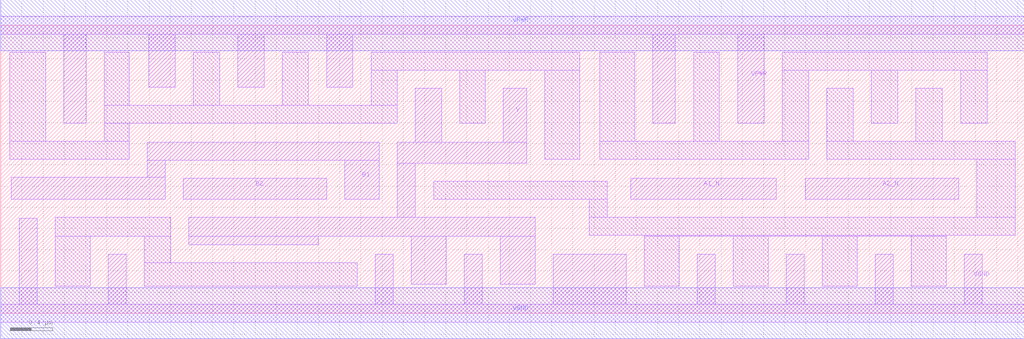
<source format=lef>
# Copyright 2020 The SkyWater PDK Authors
#
# Licensed under the Apache License, Version 2.0 (the "License");
# you may not use this file except in compliance with the License.
# You may obtain a copy of the License at
#
#     https://www.apache.org/licenses/LICENSE-2.0
#
# Unless required by applicable law or agreed to in writing, software
# distributed under the License is distributed on an "AS IS" BASIS,
# WITHOUT WARRANTIES OR CONDITIONS OF ANY KIND, either express or implied.
# See the License for the specific language governing permissions and
# limitations under the License.
#
# SPDX-License-Identifier: Apache-2.0

VERSION 5.5 ;
NAMESCASESENSITIVE ON ;
BUSBITCHARS "[]" ;
DIVIDERCHAR "/" ;
MACRO sky130_fd_sc_hd__a2bb2oi_4
  CLASS CORE ;
  SOURCE USER ;
  ORIGIN  0.000000  0.000000 ;
  SIZE  9.660000 BY  2.720000 ;
  SYMMETRY X Y R90 ;
  SITE unithd ;
  PIN A1_N
    ANTENNAGATEAREA  0.990000 ;
    DIRECTION INPUT ;
    USE SIGNAL ;
    PORT
      LAYER li1 ;
        RECT 5.945000 1.075000 7.320000 1.275000 ;
    END
  END A1_N
  PIN A2_N
    ANTENNAGATEAREA  0.990000 ;
    DIRECTION INPUT ;
    USE SIGNAL ;
    PORT
      LAYER li1 ;
        RECT 7.595000 1.075000 9.045000 1.275000 ;
    END
  END A2_N
  PIN B1
    ANTENNAGATEAREA  0.990000 ;
    DIRECTION INPUT ;
    USE SIGNAL ;
    PORT
      LAYER li1 ;
        RECT 0.100000 1.075000 1.555000 1.285000 ;
        RECT 1.385000 1.285000 1.555000 1.445000 ;
        RECT 1.385000 1.445000 3.575000 1.615000 ;
        RECT 3.245000 1.075000 3.575000 1.445000 ;
    END
  END B1
  PIN B2
    ANTENNAGATEAREA  0.990000 ;
    DIRECTION INPUT ;
    USE SIGNAL ;
    PORT
      LAYER li1 ;
        RECT 1.725000 1.075000 3.075000 1.275000 ;
    END
  END B2
  PIN Y
    ANTENNADIFFAREA  1.242000 ;
    DIRECTION OUTPUT ;
    USE SIGNAL ;
    PORT
      LAYER li1 ;
        RECT 1.775000 0.645000 2.995000 0.725000 ;
        RECT 1.775000 0.725000 5.045000 0.905000 ;
        RECT 3.745000 0.905000 3.915000 1.415000 ;
        RECT 3.745000 1.415000 4.965000 1.615000 ;
        RECT 3.875000 0.275000 4.205000 0.725000 ;
        RECT 3.915000 1.615000 4.165000 2.125000 ;
        RECT 4.715000 0.275000 5.045000 0.725000 ;
        RECT 4.745000 1.615000 4.965000 2.125000 ;
    END
  END Y
  PIN VGND
    DIRECTION INOUT ;
    SHAPE ABUTMENT ;
    USE GROUND ;
    PORT
      LAYER li1 ;
        RECT 0.000000 -0.085000 9.660000 0.085000 ;
        RECT 0.175000  0.085000 0.345000 0.895000 ;
        RECT 1.015000  0.085000 1.185000 0.555000 ;
        RECT 3.535000  0.085000 3.705000 0.555000 ;
        RECT 4.375000  0.085000 4.545000 0.555000 ;
        RECT 5.215000  0.085000 5.905000 0.555000 ;
        RECT 6.575000  0.085000 6.745000 0.555000 ;
        RECT 7.415000  0.085000 7.585000 0.555000 ;
        RECT 8.255000  0.085000 8.425000 0.555000 ;
        RECT 9.095000  0.085000 9.265000 0.555000 ;
    END
    PORT
      LAYER met1 ;
        RECT 0.000000 -0.240000 9.660000 0.240000 ;
    END
  END VGND
  PIN VPWR
    DIRECTION INOUT ;
    SHAPE ABUTMENT ;
    USE POWER ;
    PORT
      LAYER li1 ;
        RECT 0.000000 2.635000 9.660000 2.805000 ;
        RECT 0.595000 1.795000 0.805000 2.635000 ;
        RECT 1.395000 2.135000 1.645000 2.635000 ;
        RECT 2.235000 2.135000 2.485000 2.635000 ;
        RECT 3.075000 2.135000 3.325000 2.635000 ;
        RECT 6.155000 1.795000 6.365000 2.635000 ;
        RECT 6.955000 1.795000 7.205000 2.635000 ;
    END
    PORT
      LAYER met1 ;
        RECT 0.000000 2.480000 9.660000 2.960000 ;
    END
  END VPWR
  OBS
    LAYER li1 ;
      RECT 0.085000 1.455000 1.215000 1.625000 ;
      RECT 0.085000 1.625000 0.425000 2.465000 ;
      RECT 0.515000 0.255000 0.845000 0.725000 ;
      RECT 0.515000 0.725000 1.605000 0.905000 ;
      RECT 0.975000 1.625000 1.215000 1.795000 ;
      RECT 0.975000 1.795000 3.745000 1.965000 ;
      RECT 0.975000 1.965000 1.215000 2.465000 ;
      RECT 1.355000 0.255000 3.365000 0.475000 ;
      RECT 1.355000 0.475000 1.605000 0.725000 ;
      RECT 1.815000 1.965000 2.065000 2.465000 ;
      RECT 2.655000 1.965000 2.905000 2.465000 ;
      RECT 3.495000 1.965000 3.745000 2.295000 ;
      RECT 3.495000 2.295000 5.465000 2.465000 ;
      RECT 4.085000 1.075000 5.725000 1.245000 ;
      RECT 4.335000 1.795000 4.575000 2.295000 ;
      RECT 5.135000 1.455000 5.465000 2.295000 ;
      RECT 5.555000 0.735000 9.575000 0.905000 ;
      RECT 5.555000 0.905000 5.725000 1.075000 ;
      RECT 5.655000 1.455000 7.625000 1.625000 ;
      RECT 5.655000 1.625000 5.985000 2.465000 ;
      RECT 6.075000 0.255000 6.405000 0.725000 ;
      RECT 6.075000 0.725000 8.925000 0.735000 ;
      RECT 6.540000 1.625000 6.780000 2.465000 ;
      RECT 6.915000 0.255000 7.245000 0.725000 ;
      RECT 7.375000 1.625000 7.625000 2.295000 ;
      RECT 7.375000 2.295000 9.310000 2.465000 ;
      RECT 7.755000 0.255000 8.085000 0.725000 ;
      RECT 7.795000 1.455000 9.575000 1.625000 ;
      RECT 7.795000 1.625000 8.045000 2.125000 ;
      RECT 8.215000 1.795000 8.465000 2.295000 ;
      RECT 8.595000 0.255000 8.925000 0.725000 ;
      RECT 8.635000 1.625000 8.885000 2.125000 ;
      RECT 9.060000 1.795000 9.310000 2.295000 ;
      RECT 9.215000 0.905000 9.575000 1.455000 ;
  END
END sky130_fd_sc_hd__a2bb2oi_4

</source>
